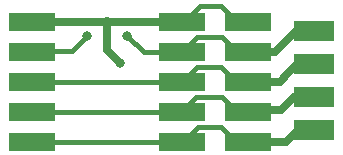
<source format=gbl>
G04 #@! TF.GenerationSoftware,KiCad,Pcbnew,5.0.2-bee76a0~70~ubuntu16.04.1*
G04 #@! TF.CreationDate,2019-12-01T17:21:16-08:00*
G04 #@! TF.ProjectId,db9,6462392e-6b69-4636-9164-5f7063625858,1.0*
G04 #@! TF.SameCoordinates,PX8847b20PY3a2c940*
G04 #@! TF.FileFunction,Copper,L2,Bot*
G04 #@! TF.FilePolarity,Positive*
%FSLAX46Y46*%
G04 Gerber Fmt 4.6, Leading zero omitted, Abs format (unit mm)*
G04 Created by KiCad (PCBNEW 5.0.2-bee76a0~70~ubuntu16.04.1) date Sun 01 Dec 2019 05:21:16 PM PST*
%MOMM*%
%LPD*%
G01*
G04 APERTURE LIST*
G04 #@! TA.AperFunction,SMDPad,CuDef*
%ADD10R,4.000000X1.600000*%
G04 #@! TD*
G04 #@! TA.AperFunction,SMDPad,CuDef*
%ADD11R,3.500000X1.800000*%
G04 #@! TD*
G04 #@! TA.AperFunction,ViaPad*
%ADD12C,0.800000*%
G04 #@! TD*
G04 #@! TA.AperFunction,Conductor*
%ADD13C,0.400000*%
G04 #@! TD*
G04 #@! TA.AperFunction,Conductor*
%ADD14C,0.700000*%
G04 #@! TD*
G04 APERTURE END LIST*
D10*
G04 #@! TO.P,J4,6*
G04 #@! TO.N,Net-(J1-Pad6)*
X14900000Y-12200000D03*
G04 #@! TO.P,J4,7*
G04 #@! TO.N,Net-(J1-Pad7)*
X14900000Y-9660000D03*
G04 #@! TO.P,J4,8*
G04 #@! TO.N,Net-(J1-Pad8)*
X14900000Y-7120000D03*
G04 #@! TO.P,J4,9*
G04 #@! TO.N,Net-(J1-Pad9)*
X14900000Y-4580000D03*
G04 #@! TO.P,J4,10*
G04 #@! TO.N,VCC*
X14900000Y-2040000D03*
G04 #@! TD*
G04 #@! TO.P,J1,10*
G04 #@! TO.N,VCC*
X2200000Y-2040000D03*
G04 #@! TO.P,J1,9*
G04 #@! TO.N,Net-(J1-Pad9)*
X2200000Y-4580000D03*
G04 #@! TO.P,J1,8*
G04 #@! TO.N,Net-(J1-Pad8)*
X2200000Y-7120000D03*
G04 #@! TO.P,J1,7*
G04 #@! TO.N,Net-(J1-Pad7)*
X2200000Y-9660000D03*
G04 #@! TO.P,J1,6*
G04 #@! TO.N,Net-(J1-Pad6)*
X2200000Y-12200000D03*
G04 #@! TD*
G04 #@! TO.P,J2,6*
G04 #@! TO.N,Net-(J1-Pad6)*
X20500000Y-12200000D03*
G04 #@! TO.P,J2,7*
G04 #@! TO.N,Net-(J1-Pad7)*
X20500000Y-9660000D03*
G04 #@! TO.P,J2,8*
G04 #@! TO.N,Net-(J1-Pad8)*
X20500000Y-7120000D03*
G04 #@! TO.P,J2,9*
G04 #@! TO.N,Net-(J1-Pad9)*
X20500000Y-4580000D03*
G04 #@! TO.P,J2,10*
G04 #@! TO.N,VCC*
X20500000Y-2040000D03*
G04 #@! TD*
D11*
G04 #@! TO.P,J3,6*
G04 #@! TO.N,Net-(J1-Pad6)*
X26100000Y-11155000D03*
G04 #@! TO.P,J3,7*
G04 #@! TO.N,Net-(J1-Pad7)*
X26100000Y-8385000D03*
G04 #@! TO.P,J3,8*
G04 #@! TO.N,Net-(J1-Pad8)*
X26100000Y-5615000D03*
G04 #@! TO.P,J3,9*
G04 #@! TO.N,Net-(J1-Pad9)*
X26100000Y-2845000D03*
G04 #@! TD*
D12*
G04 #@! TO.N,VCC*
X9700000Y-5500000D03*
G04 #@! TO.N,Net-(J1-Pad9)*
X10300000Y-3200000D03*
X6900000Y-3200000D03*
G04 #@! TD*
D13*
G04 #@! TO.N,VCC*
X19550002Y-2040000D02*
X18210002Y-700000D01*
X20500000Y-2040000D02*
X19550002Y-2040000D01*
X18210002Y-700000D02*
X16600000Y-700000D01*
X16600000Y-700000D02*
X16400000Y-700000D01*
X16400000Y-700000D02*
X15000000Y-2100000D01*
D14*
X14900000Y-2040000D02*
X2240000Y-2040000D01*
X2240000Y-2040000D02*
X2280000Y-2000000D01*
X9700000Y-5500000D02*
X8600000Y-4400000D01*
X8600000Y-4400000D02*
X8600000Y-2000000D01*
D13*
G04 #@! TO.N,Net-(J1-Pad9)*
X19550002Y-4580000D02*
X18270002Y-3300000D01*
X20500000Y-4580000D02*
X19550002Y-4580000D01*
X18270002Y-3300000D02*
X16600000Y-3300000D01*
D14*
X26100000Y-2845000D02*
X24655000Y-2845000D01*
X26100000Y-2845000D02*
X24555000Y-2845000D01*
X24555000Y-2845000D02*
X23000000Y-4400000D01*
X23000000Y-4400000D02*
X22800000Y-4600000D01*
X22800000Y-4600000D02*
X20600000Y-4600000D01*
D13*
X16600000Y-3300000D02*
X16200000Y-3300000D01*
X16200000Y-3300000D02*
X14900000Y-4600000D01*
X14900000Y-4580000D02*
X11680000Y-4580000D01*
X11680000Y-4580000D02*
X10300000Y-3200000D01*
X6900000Y-3200000D02*
X5600000Y-4500000D01*
X5600000Y-4500000D02*
X2200000Y-4500000D01*
G04 #@! TO.N,Net-(J1-Pad8)*
X18260003Y-5830001D02*
X16630001Y-5830001D01*
X19550002Y-7120000D02*
X18260003Y-5830001D01*
X20500000Y-7120000D02*
X19550002Y-7120000D01*
D14*
X26100000Y-5615000D02*
X24685000Y-5615000D01*
X24685000Y-5615000D02*
X23900000Y-6400000D01*
X23900000Y-6400000D02*
X23200000Y-7100000D01*
X23200000Y-7100000D02*
X20400000Y-7100000D01*
D13*
X16630001Y-5830001D02*
X16169999Y-5830001D01*
X16169999Y-5830001D02*
X14900000Y-7100000D01*
X2200000Y-7120000D02*
X14780000Y-7120000D01*
X14780000Y-7120000D02*
X14800000Y-7100000D01*
G04 #@! TO.N,Net-(J1-Pad7)*
X19550002Y-9660000D02*
X18290002Y-8400000D01*
X20500000Y-9660000D02*
X19550002Y-9660000D01*
X18290002Y-8400000D02*
X16800000Y-8400000D01*
X16800000Y-8400000D02*
X16600000Y-8400000D01*
D14*
X26100000Y-8385000D02*
X24415000Y-8385000D01*
X24415000Y-8385000D02*
X23300000Y-9500000D01*
X23300000Y-9500000D02*
X21000000Y-9500000D01*
D13*
X16600000Y-8400000D02*
X16100000Y-8400000D01*
X16100000Y-8400000D02*
X14900000Y-9600000D01*
X2200000Y-9660000D02*
X14740000Y-9660000D01*
X14740000Y-9660000D02*
X14800000Y-9600000D01*
G04 #@! TO.N,Net-(J1-Pad6)*
X18260003Y-10910001D02*
X16610001Y-10910001D01*
X19550002Y-12200000D02*
X18260003Y-10910001D01*
X20500000Y-12200000D02*
X19550002Y-12200000D01*
D14*
X26100000Y-11155000D02*
X24745000Y-11155000D01*
X24745000Y-11155000D02*
X23700000Y-12200000D01*
X23700000Y-12200000D02*
X20700000Y-12200000D01*
D13*
X16610001Y-10910001D02*
X16289999Y-10910001D01*
X16289999Y-10910001D02*
X15000000Y-12200000D01*
X2200000Y-12200000D02*
X14900000Y-12200000D01*
G04 #@! TD*
M02*

</source>
